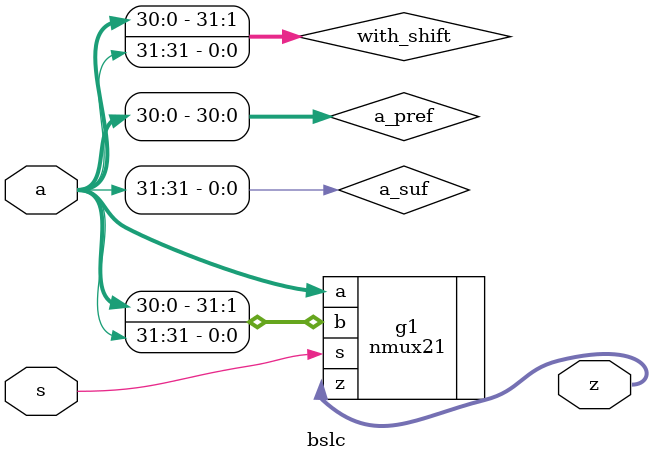
<source format=sv>
module bslc #(
    parameter N=32,
    parameter b=1
    ) (
    output logic [N-1:0] z,
    input logic [N-1:0] a,
    input logic s
);

logic [N-1:0] with_shift;
logic [b-1: 0] a_suf;
logic [N-b-1:0] a_pref;
assign a_pref =  a[N-b-1:0];
assign a_suf = a[N-1:N-b];
assign with_shift = {a_pref, a_suf};

nmux21 #(.N(N)) g1 (
    .z(z),
    .a(a), // no shift
    .b(with_shift),
    .s(s)
);

endmodule

</source>
